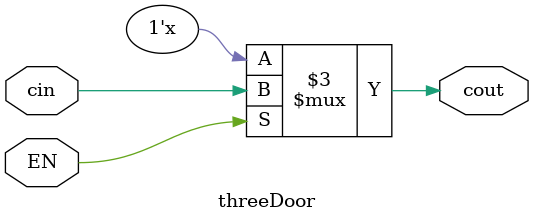
<source format=v>
module threeDoor(
cin,
cout,
EN);
input cin;
input EN;
output cout;
reg cout;
always @(cin,EN)
begin
	if(EN)cout=cin;
	else cout = 'bz;
end
endmodule
</source>
